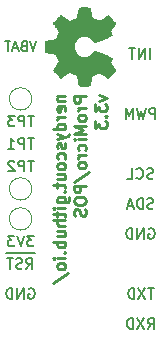
<source format=gbr>
%TF.GenerationSoftware,KiCad,Pcbnew,5.1.9+dfsg1-1~bpo10+1*%
%TF.CreationDate,Date%
%TF.ProjectId,POS,504f532e-6b69-4636-9164-5f7063625858,v3.3*%
%TF.SameCoordinates,Original*%
%TF.FileFunction,Legend,Bot*%
%TF.FilePolarity,Positive*%
%FSLAX46Y46*%
G04 Gerber Fmt 4.6, Leading zero omitted, Abs format (unit mm)*
G04 Created by KiCad*
%MOMM*%
%LPD*%
G01*
G04 APERTURE LIST*
%ADD10C,0.200000*%
%ADD11C,0.250000*%
%ADD12C,0.010000*%
%ADD13C,0.120000*%
G04 APERTURE END LIST*
D10*
X-1725715Y22452858D02*
X-1725715Y23352858D01*
X-2154286Y22452858D02*
X-2154286Y23352858D01*
X-2668572Y22452858D01*
X-2668572Y23352858D01*
X-2968572Y23352858D02*
X-3482858Y23352858D01*
X-3225715Y22452858D02*
X-3225715Y23352858D01*
X-1275715Y17372858D02*
X-1275715Y18272858D01*
X-1618572Y18272858D01*
X-1704286Y18230000D01*
X-1747143Y18187143D01*
X-1790000Y18101429D01*
X-1790000Y17972858D01*
X-1747143Y17887143D01*
X-1704286Y17844286D01*
X-1618572Y17801429D01*
X-1275715Y17801429D01*
X-2090000Y18272858D02*
X-2304286Y17372858D01*
X-2475715Y18015715D01*
X-2647143Y17372858D01*
X-2861429Y18272858D01*
X-3204286Y17372858D02*
X-3204286Y18272858D01*
X-3504286Y17630000D01*
X-3804286Y18272858D01*
X-3804286Y17372858D01*
X-11585715Y7477858D02*
X-12142858Y7477858D01*
X-11842858Y7135000D01*
X-11971429Y7135000D01*
X-12057143Y7092143D01*
X-12100000Y7049286D01*
X-12142858Y6963572D01*
X-12142858Y6749286D01*
X-12100000Y6663572D01*
X-12057143Y6620715D01*
X-11971429Y6577858D01*
X-11714286Y6577858D01*
X-11628572Y6620715D01*
X-11585715Y6663572D01*
X-12400000Y7477858D02*
X-12700000Y6577858D01*
X-13000000Y7477858D01*
X-13214286Y7477858D02*
X-13771429Y7477858D01*
X-13471429Y7135000D01*
X-13600000Y7135000D01*
X-13685715Y7092143D01*
X-13728572Y7049286D01*
X-13771429Y6963572D01*
X-13771429Y6749286D01*
X-13728572Y6663572D01*
X-13685715Y6620715D01*
X-13600000Y6577858D01*
X-13342858Y6577858D01*
X-13257143Y6620715D01*
X-13214286Y6663572D01*
X-11478572Y5988000D02*
X-12378572Y5988000D01*
X-12207143Y4672858D02*
X-11907143Y5101429D01*
X-11692858Y4672858D02*
X-11692858Y5572858D01*
X-12035715Y5572858D01*
X-12121429Y5530000D01*
X-12164286Y5487143D01*
X-12207143Y5401429D01*
X-12207143Y5272858D01*
X-12164286Y5187143D01*
X-12121429Y5144286D01*
X-12035715Y5101429D01*
X-11692858Y5101429D01*
X-12378572Y5988000D02*
X-13235715Y5988000D01*
X-12550000Y4715715D02*
X-12678572Y4672858D01*
X-12892858Y4672858D01*
X-12978572Y4715715D01*
X-13021429Y4758572D01*
X-13064286Y4844286D01*
X-13064286Y4930000D01*
X-13021429Y5015715D01*
X-12978572Y5058572D01*
X-12892858Y5101429D01*
X-12721429Y5144286D01*
X-12635715Y5187143D01*
X-12592858Y5230000D01*
X-12550000Y5315715D01*
X-12550000Y5401429D01*
X-12592858Y5487143D01*
X-12635715Y5530000D01*
X-12721429Y5572858D01*
X-12935715Y5572858D01*
X-13064286Y5530000D01*
X-13235715Y5988000D02*
X-13921429Y5988000D01*
X-13321429Y5572858D02*
X-13835715Y5572858D01*
X-13578572Y4672858D02*
X-13578572Y5572858D01*
X-12014286Y2990000D02*
X-11928572Y3032858D01*
X-11800000Y3032858D01*
X-11671429Y2990000D01*
X-11585715Y2904286D01*
X-11542858Y2818572D01*
X-11500000Y2647143D01*
X-11500000Y2518572D01*
X-11542858Y2347143D01*
X-11585715Y2261429D01*
X-11671429Y2175715D01*
X-11800000Y2132858D01*
X-11885715Y2132858D01*
X-12014286Y2175715D01*
X-12057143Y2218572D01*
X-12057143Y2518572D01*
X-11885715Y2518572D01*
X-12442858Y2132858D02*
X-12442858Y3032858D01*
X-12957143Y2132858D01*
X-12957143Y3032858D01*
X-13385715Y2132858D02*
X-13385715Y3032858D01*
X-13600000Y3032858D01*
X-13728572Y2990000D01*
X-13814286Y2904286D01*
X-13857143Y2818572D01*
X-13900000Y2647143D01*
X-13900000Y2518572D01*
X-13857143Y2347143D01*
X-13814286Y2261429D01*
X-13728572Y2175715D01*
X-13600000Y2132858D01*
X-13385715Y2132858D01*
X-1940000Y-407142D02*
X-1640000Y21429D01*
X-1425715Y-407142D02*
X-1425715Y492858D01*
X-1768572Y492858D01*
X-1854286Y450000D01*
X-1897143Y407143D01*
X-1940000Y321429D01*
X-1940000Y192858D01*
X-1897143Y107143D01*
X-1854286Y64286D01*
X-1768572Y21429D01*
X-1425715Y21429D01*
X-2240000Y492858D02*
X-2840000Y-407142D01*
X-2840000Y492858D02*
X-2240000Y-407142D01*
X-3182858Y-407142D02*
X-3182858Y492858D01*
X-3397143Y492858D01*
X-3525715Y450000D01*
X-3611429Y364286D01*
X-3654286Y278572D01*
X-3697143Y107143D01*
X-3697143Y-21428D01*
X-3654286Y-192857D01*
X-3611429Y-278571D01*
X-3525715Y-364285D01*
X-3397143Y-407142D01*
X-3182858Y-407142D01*
X-1404286Y3032858D02*
X-1918572Y3032858D01*
X-1661429Y2132858D02*
X-1661429Y3032858D01*
X-2132858Y3032858D02*
X-2732858Y2132858D01*
X-2732858Y3032858D02*
X-2132858Y2132858D01*
X-3075715Y2132858D02*
X-3075715Y3032858D01*
X-3290000Y3032858D01*
X-3418572Y2990000D01*
X-3504286Y2904286D01*
X-3547143Y2818572D01*
X-3590000Y2647143D01*
X-3590000Y2518572D01*
X-3547143Y2347143D01*
X-3504286Y2261429D01*
X-3418572Y2175715D01*
X-3290000Y2132858D01*
X-3075715Y2132858D01*
X-1854286Y8070000D02*
X-1768572Y8112858D01*
X-1640000Y8112858D01*
X-1511429Y8070000D01*
X-1425715Y7984286D01*
X-1382858Y7898572D01*
X-1340000Y7727143D01*
X-1340000Y7598572D01*
X-1382858Y7427143D01*
X-1425715Y7341429D01*
X-1511429Y7255715D01*
X-1640000Y7212858D01*
X-1725715Y7212858D01*
X-1854286Y7255715D01*
X-1897143Y7298572D01*
X-1897143Y7598572D01*
X-1725715Y7598572D01*
X-2282858Y7212858D02*
X-2282858Y8112858D01*
X-2797143Y7212858D01*
X-2797143Y8112858D01*
X-3225715Y7212858D02*
X-3225715Y8112858D01*
X-3440000Y8112858D01*
X-3568572Y8070000D01*
X-3654286Y7984286D01*
X-3697143Y7898572D01*
X-3740000Y7727143D01*
X-3740000Y7598572D01*
X-3697143Y7427143D01*
X-3654286Y7341429D01*
X-3568572Y7255715D01*
X-3440000Y7212858D01*
X-3225715Y7212858D01*
X-1447143Y9795715D02*
X-1575715Y9752858D01*
X-1790000Y9752858D01*
X-1875715Y9795715D01*
X-1918572Y9838572D01*
X-1961429Y9924286D01*
X-1961429Y10010000D01*
X-1918572Y10095715D01*
X-1875715Y10138572D01*
X-1790000Y10181429D01*
X-1618572Y10224286D01*
X-1532858Y10267143D01*
X-1490000Y10310000D01*
X-1447143Y10395715D01*
X-1447143Y10481429D01*
X-1490000Y10567143D01*
X-1532858Y10610000D01*
X-1618572Y10652858D01*
X-1832858Y10652858D01*
X-1961429Y10610000D01*
X-2347143Y9752858D02*
X-2347143Y10652858D01*
X-2561429Y10652858D01*
X-2690000Y10610000D01*
X-2775715Y10524286D01*
X-2818572Y10438572D01*
X-2861429Y10267143D01*
X-2861429Y10138572D01*
X-2818572Y9967143D01*
X-2775715Y9881429D01*
X-2690000Y9795715D01*
X-2561429Y9752858D01*
X-2347143Y9752858D01*
X-3204286Y10010000D02*
X-3632858Y10010000D01*
X-3118572Y9752858D02*
X-3418572Y10652858D01*
X-3718572Y9752858D01*
X-1468572Y12335715D02*
X-1597143Y12292858D01*
X-1811429Y12292858D01*
X-1897143Y12335715D01*
X-1940000Y12378572D01*
X-1982858Y12464286D01*
X-1982858Y12550000D01*
X-1940000Y12635715D01*
X-1897143Y12678572D01*
X-1811429Y12721429D01*
X-1640000Y12764286D01*
X-1554286Y12807143D01*
X-1511429Y12850000D01*
X-1468572Y12935715D01*
X-1468572Y13021429D01*
X-1511429Y13107143D01*
X-1554286Y13150000D01*
X-1640000Y13192858D01*
X-1854286Y13192858D01*
X-1982858Y13150000D01*
X-2882858Y12378572D02*
X-2840000Y12335715D01*
X-2711429Y12292858D01*
X-2625715Y12292858D01*
X-2497143Y12335715D01*
X-2411429Y12421429D01*
X-2368572Y12507143D01*
X-2325715Y12678572D01*
X-2325715Y12807143D01*
X-2368572Y12978572D01*
X-2411429Y13064286D01*
X-2497143Y13150000D01*
X-2625715Y13192858D01*
X-2711429Y13192858D01*
X-2840000Y13150000D01*
X-2882858Y13107143D01*
X-3697143Y12292858D02*
X-3268572Y12292858D01*
X-3268572Y13192858D01*
D11*
X-9584286Y19284405D02*
X-8917620Y19284405D01*
X-9489048Y19284405D02*
X-9536667Y19236786D01*
X-9584286Y19141548D01*
X-9584286Y18998691D01*
X-9536667Y18903453D01*
X-9441429Y18855834D01*
X-8917620Y18855834D01*
X-8965239Y17998691D02*
X-8917620Y18093929D01*
X-8917620Y18284405D01*
X-8965239Y18379643D01*
X-9060477Y18427262D01*
X-9441429Y18427262D01*
X-9536667Y18379643D01*
X-9584286Y18284405D01*
X-9584286Y18093929D01*
X-9536667Y17998691D01*
X-9441429Y17951072D01*
X-9346191Y17951072D01*
X-9250953Y18427262D01*
X-8917620Y17522500D02*
X-9584286Y17522500D01*
X-9393810Y17522500D02*
X-9489048Y17474881D01*
X-9536667Y17427262D01*
X-9584286Y17332024D01*
X-9584286Y17236786D01*
X-8917620Y16474881D02*
X-9917620Y16474881D01*
X-8965239Y16474881D02*
X-8917620Y16570120D01*
X-8917620Y16760596D01*
X-8965239Y16855834D01*
X-9012858Y16903453D01*
X-9108096Y16951072D01*
X-9393810Y16951072D01*
X-9489048Y16903453D01*
X-9536667Y16855834D01*
X-9584286Y16760596D01*
X-9584286Y16570120D01*
X-9536667Y16474881D01*
X-9584286Y16093929D02*
X-8917620Y15855834D01*
X-9584286Y15617739D02*
X-8917620Y15855834D01*
X-8679524Y15951072D01*
X-8631905Y15998691D01*
X-8584286Y16093929D01*
X-8965239Y15284405D02*
X-8917620Y15189167D01*
X-8917620Y14998691D01*
X-8965239Y14903453D01*
X-9060477Y14855834D01*
X-9108096Y14855834D01*
X-9203334Y14903453D01*
X-9250953Y14998691D01*
X-9250953Y15141548D01*
X-9298572Y15236786D01*
X-9393810Y15284405D01*
X-9441429Y15284405D01*
X-9536667Y15236786D01*
X-9584286Y15141548D01*
X-9584286Y14998691D01*
X-9536667Y14903453D01*
X-8965239Y13998691D02*
X-8917620Y14093929D01*
X-8917620Y14284405D01*
X-8965239Y14379643D01*
X-9012858Y14427262D01*
X-9108096Y14474881D01*
X-9393810Y14474881D01*
X-9489048Y14427262D01*
X-9536667Y14379643D01*
X-9584286Y14284405D01*
X-9584286Y14093929D01*
X-9536667Y13998691D01*
X-8917620Y13427262D02*
X-8965239Y13522500D01*
X-9012858Y13570120D01*
X-9108096Y13617739D01*
X-9393810Y13617739D01*
X-9489048Y13570120D01*
X-9536667Y13522500D01*
X-9584286Y13427262D01*
X-9584286Y13284405D01*
X-9536667Y13189167D01*
X-9489048Y13141548D01*
X-9393810Y13093929D01*
X-9108096Y13093929D01*
X-9012858Y13141548D01*
X-8965239Y13189167D01*
X-8917620Y13284405D01*
X-8917620Y13427262D01*
X-9584286Y12236786D02*
X-8917620Y12236786D01*
X-9584286Y12665358D02*
X-9060477Y12665358D01*
X-8965239Y12617739D01*
X-8917620Y12522500D01*
X-8917620Y12379643D01*
X-8965239Y12284405D01*
X-9012858Y12236786D01*
X-9584286Y11903453D02*
X-9584286Y11522500D01*
X-9917620Y11760596D02*
X-9060477Y11760596D01*
X-8965239Y11712977D01*
X-8917620Y11617739D01*
X-8917620Y11522500D01*
X-9012858Y11189167D02*
X-8965239Y11141548D01*
X-8917620Y11189167D01*
X-8965239Y11236786D01*
X-9012858Y11189167D01*
X-8917620Y11189167D01*
X-9584286Y10284405D02*
X-8774762Y10284405D01*
X-8679524Y10332024D01*
X-8631905Y10379643D01*
X-8584286Y10474881D01*
X-8584286Y10617739D01*
X-8631905Y10712977D01*
X-8965239Y10284405D02*
X-8917620Y10379643D01*
X-8917620Y10570120D01*
X-8965239Y10665358D01*
X-9012858Y10712977D01*
X-9108096Y10760596D01*
X-9393810Y10760596D01*
X-9489048Y10712977D01*
X-9536667Y10665358D01*
X-9584286Y10570120D01*
X-9584286Y10379643D01*
X-9536667Y10284405D01*
X-8917620Y9808215D02*
X-9584286Y9808215D01*
X-9917620Y9808215D02*
X-9870000Y9855834D01*
X-9822381Y9808215D01*
X-9870000Y9760596D01*
X-9917620Y9808215D01*
X-9822381Y9808215D01*
X-9584286Y9474881D02*
X-9584286Y9093929D01*
X-9917620Y9332024D02*
X-9060477Y9332024D01*
X-8965239Y9284405D01*
X-8917620Y9189167D01*
X-8917620Y9093929D01*
X-8917620Y8760596D02*
X-9917620Y8760596D01*
X-8917620Y8332024D02*
X-9441429Y8332024D01*
X-9536667Y8379643D01*
X-9584286Y8474881D01*
X-9584286Y8617739D01*
X-9536667Y8712977D01*
X-9489048Y8760596D01*
X-9584286Y7427262D02*
X-8917620Y7427262D01*
X-9584286Y7855834D02*
X-9060477Y7855834D01*
X-8965239Y7808215D01*
X-8917620Y7712977D01*
X-8917620Y7570120D01*
X-8965239Y7474881D01*
X-9012858Y7427262D01*
X-8917620Y6951072D02*
X-9917620Y6951072D01*
X-9536667Y6951072D02*
X-9584286Y6855834D01*
X-9584286Y6665358D01*
X-9536667Y6570120D01*
X-9489048Y6522500D01*
X-9393810Y6474881D01*
X-9108096Y6474881D01*
X-9012858Y6522500D01*
X-8965239Y6570120D01*
X-8917620Y6665358D01*
X-8917620Y6855834D01*
X-8965239Y6951072D01*
X-9012858Y6046310D02*
X-8965239Y5998691D01*
X-8917620Y6046310D01*
X-8965239Y6093929D01*
X-9012858Y6046310D01*
X-8917620Y6046310D01*
X-8917620Y5570120D02*
X-9584286Y5570120D01*
X-9917620Y5570120D02*
X-9870000Y5617739D01*
X-9822381Y5570120D01*
X-9870000Y5522500D01*
X-9917620Y5570120D01*
X-9822381Y5570120D01*
X-8917620Y4951072D02*
X-8965239Y5046310D01*
X-9012858Y5093929D01*
X-9108096Y5141548D01*
X-9393810Y5141548D01*
X-9489048Y5093929D01*
X-9536667Y5046310D01*
X-9584286Y4951072D01*
X-9584286Y4808215D01*
X-9536667Y4712977D01*
X-9489048Y4665358D01*
X-9393810Y4617739D01*
X-9108096Y4617739D01*
X-9012858Y4665358D01*
X-8965239Y4712977D01*
X-8917620Y4808215D01*
X-8917620Y4951072D01*
X-9965239Y3474881D02*
X-8679524Y4332024D01*
X-7167620Y19284405D02*
X-8167620Y19284405D01*
X-8167620Y18903453D01*
X-8120000Y18808215D01*
X-8072381Y18760596D01*
X-7977143Y18712977D01*
X-7834286Y18712977D01*
X-7739048Y18760596D01*
X-7691429Y18808215D01*
X-7643810Y18903453D01*
X-7643810Y19284405D01*
X-7167620Y18284405D02*
X-7834286Y18284405D01*
X-7643810Y18284405D02*
X-7739048Y18236786D01*
X-7786667Y18189167D01*
X-7834286Y18093929D01*
X-7834286Y17998691D01*
X-7167620Y17522500D02*
X-7215239Y17617739D01*
X-7262858Y17665358D01*
X-7358096Y17712977D01*
X-7643810Y17712977D01*
X-7739048Y17665358D01*
X-7786667Y17617739D01*
X-7834286Y17522500D01*
X-7834286Y17379643D01*
X-7786667Y17284405D01*
X-7739048Y17236786D01*
X-7643810Y17189167D01*
X-7358096Y17189167D01*
X-7262858Y17236786D01*
X-7215239Y17284405D01*
X-7167620Y17379643D01*
X-7167620Y17522500D01*
X-7167620Y16760596D02*
X-8167620Y16760596D01*
X-7453334Y16427262D01*
X-8167620Y16093929D01*
X-7167620Y16093929D01*
X-7167620Y15617739D02*
X-7834286Y15617739D01*
X-8167620Y15617739D02*
X-8120000Y15665358D01*
X-8072381Y15617739D01*
X-8120000Y15570120D01*
X-8167620Y15617739D01*
X-8072381Y15617739D01*
X-7215239Y14712977D02*
X-7167620Y14808215D01*
X-7167620Y14998691D01*
X-7215239Y15093929D01*
X-7262858Y15141548D01*
X-7358096Y15189167D01*
X-7643810Y15189167D01*
X-7739048Y15141548D01*
X-7786667Y15093929D01*
X-7834286Y14998691D01*
X-7834286Y14808215D01*
X-7786667Y14712977D01*
X-7167620Y14284405D02*
X-7834286Y14284405D01*
X-7643810Y14284405D02*
X-7739048Y14236786D01*
X-7786667Y14189167D01*
X-7834286Y14093929D01*
X-7834286Y13998691D01*
X-7167620Y13522500D02*
X-7215239Y13617739D01*
X-7262858Y13665358D01*
X-7358096Y13712977D01*
X-7643810Y13712977D01*
X-7739048Y13665358D01*
X-7786667Y13617739D01*
X-7834286Y13522500D01*
X-7834286Y13379643D01*
X-7786667Y13284405D01*
X-7739048Y13236786D01*
X-7643810Y13189167D01*
X-7358096Y13189167D01*
X-7262858Y13236786D01*
X-7215239Y13284405D01*
X-7167620Y13379643D01*
X-7167620Y13522500D01*
X-8215239Y12046310D02*
X-6929524Y12903453D01*
X-7167620Y11712977D02*
X-8167620Y11712977D01*
X-8167620Y11332024D01*
X-8120000Y11236786D01*
X-8072381Y11189167D01*
X-7977143Y11141548D01*
X-7834286Y11141548D01*
X-7739048Y11189167D01*
X-7691429Y11236786D01*
X-7643810Y11332024D01*
X-7643810Y11712977D01*
X-8167620Y10522500D02*
X-8167620Y10332024D01*
X-8120000Y10236786D01*
X-8024762Y10141548D01*
X-7834286Y10093929D01*
X-7500953Y10093929D01*
X-7310477Y10141548D01*
X-7215239Y10236786D01*
X-7167620Y10332024D01*
X-7167620Y10522500D01*
X-7215239Y10617739D01*
X-7310477Y10712977D01*
X-7500953Y10760596D01*
X-7834286Y10760596D01*
X-8024762Y10712977D01*
X-8120000Y10617739D01*
X-8167620Y10522500D01*
X-7215239Y9712977D02*
X-7167620Y9570120D01*
X-7167620Y9332024D01*
X-7215239Y9236786D01*
X-7262858Y9189167D01*
X-7358096Y9141548D01*
X-7453334Y9141548D01*
X-7548572Y9189167D01*
X-7596191Y9236786D01*
X-7643810Y9332024D01*
X-7691429Y9522500D01*
X-7739048Y9617739D01*
X-7786667Y9665358D01*
X-7881905Y9712977D01*
X-7977143Y9712977D01*
X-8072381Y9665358D01*
X-8120000Y9617739D01*
X-8167620Y9522500D01*
X-8167620Y9284405D01*
X-8120000Y9141548D01*
X-6084286Y19379643D02*
X-5417620Y19141548D01*
X-6084286Y18903453D01*
X-6417620Y18617739D02*
X-6417620Y17998691D01*
X-6036667Y18332024D01*
X-6036667Y18189167D01*
X-5989048Y18093929D01*
X-5941429Y18046310D01*
X-5846191Y17998691D01*
X-5608096Y17998691D01*
X-5512858Y18046310D01*
X-5465239Y18093929D01*
X-5417620Y18189167D01*
X-5417620Y18474881D01*
X-5465239Y18570120D01*
X-5512858Y18617739D01*
X-5512858Y17570120D02*
X-5465239Y17522500D01*
X-5417620Y17570120D01*
X-5465239Y17617739D01*
X-5512858Y17570120D01*
X-5417620Y17570120D01*
X-6417620Y17189167D02*
X-6417620Y16570120D01*
X-6036667Y16903453D01*
X-6036667Y16760596D01*
X-5989048Y16665358D01*
X-5941429Y16617739D01*
X-5846191Y16570120D01*
X-5608096Y16570120D01*
X-5512858Y16617739D01*
X-5465239Y16665358D01*
X-5417620Y16760596D01*
X-5417620Y17046310D01*
X-5465239Y17141548D01*
X-5512858Y17189167D01*
D12*
%TO.C,LOGO1*%
G36*
X-10151069Y22939186D02*
G01*
X-9706445Y22855365D01*
X-9578947Y22546080D01*
X-9451449Y22236794D01*
X-9703754Y21865754D01*
X-9774004Y21761843D01*
X-9836728Y21667913D01*
X-9889062Y21588348D01*
X-9928143Y21527530D01*
X-9951107Y21489843D01*
X-9956058Y21479579D01*
X-9943324Y21461090D01*
X-9908118Y21421580D01*
X-9854938Y21365478D01*
X-9788282Y21297213D01*
X-9712646Y21221214D01*
X-9632528Y21141908D01*
X-9552426Y21063725D01*
X-9476836Y20991093D01*
X-9410255Y20928441D01*
X-9357182Y20880197D01*
X-9322113Y20850790D01*
X-9310377Y20843759D01*
X-9288740Y20853877D01*
X-9241338Y20882241D01*
X-9172807Y20925871D01*
X-9087785Y20981782D01*
X-8990907Y21046994D01*
X-8935650Y21084781D01*
X-8834752Y21153657D01*
X-8743701Y21214860D01*
X-8667030Y21265422D01*
X-8609272Y21302372D01*
X-8574957Y21322742D01*
X-8567746Y21325803D01*
X-8547252Y21318864D01*
X-8499487Y21299949D01*
X-8431168Y21271913D01*
X-8349011Y21237609D01*
X-8259730Y21199891D01*
X-8170042Y21161613D01*
X-8086662Y21125630D01*
X-8016306Y21094794D01*
X-7965690Y21071961D01*
X-7941529Y21059983D01*
X-7940578Y21059276D01*
X-7935964Y21040469D01*
X-7925672Y20990382D01*
X-7910713Y20914207D01*
X-7892099Y20817135D01*
X-7870841Y20704357D01*
X-7858582Y20638558D01*
X-7835638Y20518050D01*
X-7813805Y20409203D01*
X-7794278Y20317524D01*
X-7778252Y20248519D01*
X-7766921Y20207696D01*
X-7763326Y20199489D01*
X-7738994Y20191452D01*
X-7684041Y20184967D01*
X-7604892Y20180030D01*
X-7507974Y20176636D01*
X-7399713Y20174782D01*
X-7286535Y20174462D01*
X-7174865Y20175673D01*
X-7071132Y20178410D01*
X-6981759Y20182669D01*
X-6913174Y20188445D01*
X-6871803Y20195733D01*
X-6863190Y20200105D01*
X-6852867Y20226236D01*
X-6838108Y20281607D01*
X-6820648Y20358893D01*
X-6802220Y20450770D01*
X-6796259Y20482842D01*
X-6767934Y20637476D01*
X-6745124Y20759625D01*
X-6726920Y20853327D01*
X-6712417Y20922616D01*
X-6700708Y20971529D01*
X-6690885Y21004103D01*
X-6682044Y21024372D01*
X-6673276Y21036374D01*
X-6671543Y21038053D01*
X-6643629Y21054816D01*
X-6589305Y21080386D01*
X-6515223Y21112212D01*
X-6428035Y21147740D01*
X-6334392Y21184417D01*
X-6240948Y21219689D01*
X-6154353Y21251004D01*
X-6081260Y21275807D01*
X-6028322Y21291546D01*
X-6002189Y21295668D01*
X-6001274Y21295324D01*
X-5979914Y21281359D01*
X-5932916Y21249678D01*
X-5865173Y21203609D01*
X-5781577Y21146482D01*
X-5687018Y21081627D01*
X-5660146Y21063157D01*
X-5562725Y20997301D01*
X-5473837Y20939350D01*
X-5398588Y20892462D01*
X-5342080Y20859793D01*
X-5309419Y20844500D01*
X-5305407Y20843759D01*
X-5284316Y20856608D01*
X-5242536Y20892112D01*
X-5184555Y20945707D01*
X-5114865Y21012829D01*
X-5037955Y21088913D01*
X-4958317Y21169396D01*
X-4880439Y21249713D01*
X-4808814Y21325301D01*
X-4747930Y21391595D01*
X-4702279Y21444031D01*
X-4676350Y21478045D01*
X-4672117Y21487455D01*
X-4682088Y21509357D01*
X-4708980Y21554200D01*
X-4748264Y21614679D01*
X-4779883Y21661211D01*
X-4837902Y21745525D01*
X-4906216Y21845374D01*
X-4974421Y21945527D01*
X-5010925Y21999373D01*
X-5134200Y22181629D01*
X-5051480Y22334619D01*
X-5015241Y22404318D01*
X-4987074Y22463586D01*
X-4971009Y22503689D01*
X-4968774Y22513897D01*
X-4985278Y22526171D01*
X-5031918Y22550387D01*
X-5104391Y22584737D01*
X-5198394Y22627412D01*
X-5309626Y22676606D01*
X-5433785Y22730510D01*
X-5566568Y22787316D01*
X-5703673Y22845218D01*
X-5840798Y22902407D01*
X-5973642Y22957076D01*
X-6097902Y23007416D01*
X-6209275Y23051620D01*
X-6303461Y23087881D01*
X-6376156Y23114391D01*
X-6423059Y23129342D01*
X-6439167Y23131746D01*
X-6459714Y23112689D01*
X-6493067Y23070964D01*
X-6532298Y23015294D01*
X-6535401Y23010622D01*
X-6650577Y22866736D01*
X-6784947Y22750717D01*
X-6934216Y22663570D01*
X-7094087Y22606301D01*
X-7260263Y22579914D01*
X-7428448Y22585415D01*
X-7594345Y22623810D01*
X-7753658Y22696105D01*
X-7788513Y22717374D01*
X-7929263Y22828004D01*
X-8042286Y22958698D01*
X-8126997Y23104936D01*
X-8182806Y23262192D01*
X-8209126Y23425943D01*
X-8205370Y23591667D01*
X-8170950Y23754838D01*
X-8105277Y23910935D01*
X-8007765Y24055433D01*
X-7968187Y24100131D01*
X-7844297Y24213888D01*
X-7713876Y24296782D01*
X-7567685Y24353644D01*
X-7422912Y24385313D01*
X-7260140Y24393131D01*
X-7096560Y24367062D01*
X-6937702Y24309755D01*
X-6789094Y24223856D01*
X-6656265Y24112014D01*
X-6544744Y23976877D01*
X-6532989Y23959117D01*
X-6494492Y23902850D01*
X-6461137Y23860077D01*
X-6439840Y23839628D01*
X-6439167Y23839331D01*
X-6416129Y23843721D01*
X-6363843Y23861124D01*
X-6286610Y23889732D01*
X-6188732Y23927735D01*
X-6074509Y23973326D01*
X-5948242Y24024697D01*
X-5814233Y24080038D01*
X-5676782Y24137542D01*
X-5540192Y24195399D01*
X-5408763Y24251802D01*
X-5286795Y24304942D01*
X-5178591Y24353010D01*
X-5088451Y24394199D01*
X-5020677Y24426699D01*
X-4979570Y24448703D01*
X-4968774Y24457564D01*
X-4977181Y24484640D01*
X-4999728Y24535303D01*
X-5032387Y24600817D01*
X-5051480Y24636841D01*
X-5134200Y24789832D01*
X-5010925Y24972088D01*
X-4947772Y25065125D01*
X-4878273Y25166985D01*
X-4812835Y25262438D01*
X-4779883Y25310250D01*
X-4734727Y25377495D01*
X-4698943Y25434436D01*
X-4677062Y25473646D01*
X-4672437Y25486381D01*
X-4684915Y25504917D01*
X-4719748Y25545941D01*
X-4773322Y25605475D01*
X-4842017Y25679542D01*
X-4922219Y25764165D01*
X-4973714Y25817685D01*
X-5065714Y25911319D01*
X-5148001Y25992241D01*
X-5217055Y26057177D01*
X-5269356Y26102858D01*
X-5301384Y26126011D01*
X-5307884Y26128232D01*
X-5332606Y26117924D01*
X-5382595Y26089439D01*
X-5452788Y26045937D01*
X-5538125Y25990577D01*
X-5633544Y25926520D01*
X-5660146Y25908303D01*
X-5756833Y25841927D01*
X-5843883Y25782378D01*
X-5916405Y25732984D01*
X-5969507Y25697075D01*
X-5998297Y25677981D01*
X-6001274Y25676136D01*
X-6024218Y25678895D01*
X-6074664Y25693538D01*
X-6145959Y25717513D01*
X-6231453Y25748266D01*
X-6324493Y25783244D01*
X-6418426Y25819893D01*
X-6506601Y25855661D01*
X-6582366Y25887994D01*
X-6639069Y25914338D01*
X-6670057Y25932142D01*
X-6671543Y25933407D01*
X-6680399Y25944294D01*
X-6689157Y25962682D01*
X-6698723Y25992606D01*
X-6710004Y26038103D01*
X-6723907Y26103209D01*
X-6741337Y26191961D01*
X-6763202Y26308393D01*
X-6790409Y26456542D01*
X-6796259Y26488618D01*
X-6814626Y26583686D01*
X-6832595Y26666565D01*
X-6848431Y26729930D01*
X-6860400Y26766458D01*
X-6863190Y26771356D01*
X-6887928Y26779427D01*
X-6943210Y26785987D01*
X-7022611Y26791033D01*
X-7119704Y26794559D01*
X-7228062Y26796561D01*
X-7341260Y26797036D01*
X-7452872Y26795977D01*
X-7556471Y26793382D01*
X-7645632Y26789246D01*
X-7713928Y26783563D01*
X-7754934Y26776331D01*
X-7763326Y26771971D01*
X-7771792Y26747698D01*
X-7785565Y26692426D01*
X-7803450Y26611662D01*
X-7824252Y26510912D01*
X-7846777Y26395683D01*
X-7858582Y26332902D01*
X-7880849Y26213787D01*
X-7901021Y26107565D01*
X-7918085Y26019427D01*
X-7931031Y25954566D01*
X-7938845Y25918174D01*
X-7940578Y25912184D01*
X-7960110Y25902061D01*
X-8007157Y25880662D01*
X-8074997Y25850839D01*
X-8156909Y25815445D01*
X-8246172Y25777332D01*
X-8336065Y25739353D01*
X-8419865Y25704360D01*
X-8490853Y25675206D01*
X-8542306Y25654743D01*
X-8567503Y25645823D01*
X-8568604Y25645657D01*
X-8588481Y25655769D01*
X-8634223Y25684117D01*
X-8701283Y25727723D01*
X-8785116Y25783606D01*
X-8881174Y25848787D01*
X-8936350Y25886679D01*
X-9037519Y25955725D01*
X-9129370Y26017050D01*
X-9207256Y26067663D01*
X-9266531Y26104571D01*
X-9302549Y26124782D01*
X-9310623Y26127701D01*
X-9329416Y26115153D01*
X-9369543Y26080463D01*
X-9426507Y26028063D01*
X-9495815Y25962384D01*
X-9572969Y25887856D01*
X-9653475Y25808913D01*
X-9732837Y25729983D01*
X-9806560Y25655500D01*
X-9870148Y25589894D01*
X-9919106Y25537596D01*
X-9948939Y25503039D01*
X-9956058Y25491478D01*
X-9946047Y25472654D01*
X-9917922Y25427631D01*
X-9874546Y25360787D01*
X-9818782Y25276499D01*
X-9753494Y25179144D01*
X-9703754Y25105707D01*
X-9451449Y24734667D01*
X-9706445Y24116095D01*
X-10151069Y24032275D01*
X-10595693Y23948454D01*
X-10595693Y23023006D01*
X-10151069Y22939186D01*
G37*
X-10151069Y22939186D02*
X-9706445Y22855365D01*
X-9578947Y22546080D01*
X-9451449Y22236794D01*
X-9703754Y21865754D01*
X-9774004Y21761843D01*
X-9836728Y21667913D01*
X-9889062Y21588348D01*
X-9928143Y21527530D01*
X-9951107Y21489843D01*
X-9956058Y21479579D01*
X-9943324Y21461090D01*
X-9908118Y21421580D01*
X-9854938Y21365478D01*
X-9788282Y21297213D01*
X-9712646Y21221214D01*
X-9632528Y21141908D01*
X-9552426Y21063725D01*
X-9476836Y20991093D01*
X-9410255Y20928441D01*
X-9357182Y20880197D01*
X-9322113Y20850790D01*
X-9310377Y20843759D01*
X-9288740Y20853877D01*
X-9241338Y20882241D01*
X-9172807Y20925871D01*
X-9087785Y20981782D01*
X-8990907Y21046994D01*
X-8935650Y21084781D01*
X-8834752Y21153657D01*
X-8743701Y21214860D01*
X-8667030Y21265422D01*
X-8609272Y21302372D01*
X-8574957Y21322742D01*
X-8567746Y21325803D01*
X-8547252Y21318864D01*
X-8499487Y21299949D01*
X-8431168Y21271913D01*
X-8349011Y21237609D01*
X-8259730Y21199891D01*
X-8170042Y21161613D01*
X-8086662Y21125630D01*
X-8016306Y21094794D01*
X-7965690Y21071961D01*
X-7941529Y21059983D01*
X-7940578Y21059276D01*
X-7935964Y21040469D01*
X-7925672Y20990382D01*
X-7910713Y20914207D01*
X-7892099Y20817135D01*
X-7870841Y20704357D01*
X-7858582Y20638558D01*
X-7835638Y20518050D01*
X-7813805Y20409203D01*
X-7794278Y20317524D01*
X-7778252Y20248519D01*
X-7766921Y20207696D01*
X-7763326Y20199489D01*
X-7738994Y20191452D01*
X-7684041Y20184967D01*
X-7604892Y20180030D01*
X-7507974Y20176636D01*
X-7399713Y20174782D01*
X-7286535Y20174462D01*
X-7174865Y20175673D01*
X-7071132Y20178410D01*
X-6981759Y20182669D01*
X-6913174Y20188445D01*
X-6871803Y20195733D01*
X-6863190Y20200105D01*
X-6852867Y20226236D01*
X-6838108Y20281607D01*
X-6820648Y20358893D01*
X-6802220Y20450770D01*
X-6796259Y20482842D01*
X-6767934Y20637476D01*
X-6745124Y20759625D01*
X-6726920Y20853327D01*
X-6712417Y20922616D01*
X-6700708Y20971529D01*
X-6690885Y21004103D01*
X-6682044Y21024372D01*
X-6673276Y21036374D01*
X-6671543Y21038053D01*
X-6643629Y21054816D01*
X-6589305Y21080386D01*
X-6515223Y21112212D01*
X-6428035Y21147740D01*
X-6334392Y21184417D01*
X-6240948Y21219689D01*
X-6154353Y21251004D01*
X-6081260Y21275807D01*
X-6028322Y21291546D01*
X-6002189Y21295668D01*
X-6001274Y21295324D01*
X-5979914Y21281359D01*
X-5932916Y21249678D01*
X-5865173Y21203609D01*
X-5781577Y21146482D01*
X-5687018Y21081627D01*
X-5660146Y21063157D01*
X-5562725Y20997301D01*
X-5473837Y20939350D01*
X-5398588Y20892462D01*
X-5342080Y20859793D01*
X-5309419Y20844500D01*
X-5305407Y20843759D01*
X-5284316Y20856608D01*
X-5242536Y20892112D01*
X-5184555Y20945707D01*
X-5114865Y21012829D01*
X-5037955Y21088913D01*
X-4958317Y21169396D01*
X-4880439Y21249713D01*
X-4808814Y21325301D01*
X-4747930Y21391595D01*
X-4702279Y21444031D01*
X-4676350Y21478045D01*
X-4672117Y21487455D01*
X-4682088Y21509357D01*
X-4708980Y21554200D01*
X-4748264Y21614679D01*
X-4779883Y21661211D01*
X-4837902Y21745525D01*
X-4906216Y21845374D01*
X-4974421Y21945527D01*
X-5010925Y21999373D01*
X-5134200Y22181629D01*
X-5051480Y22334619D01*
X-5015241Y22404318D01*
X-4987074Y22463586D01*
X-4971009Y22503689D01*
X-4968774Y22513897D01*
X-4985278Y22526171D01*
X-5031918Y22550387D01*
X-5104391Y22584737D01*
X-5198394Y22627412D01*
X-5309626Y22676606D01*
X-5433785Y22730510D01*
X-5566568Y22787316D01*
X-5703673Y22845218D01*
X-5840798Y22902407D01*
X-5973642Y22957076D01*
X-6097902Y23007416D01*
X-6209275Y23051620D01*
X-6303461Y23087881D01*
X-6376156Y23114391D01*
X-6423059Y23129342D01*
X-6439167Y23131746D01*
X-6459714Y23112689D01*
X-6493067Y23070964D01*
X-6532298Y23015294D01*
X-6535401Y23010622D01*
X-6650577Y22866736D01*
X-6784947Y22750717D01*
X-6934216Y22663570D01*
X-7094087Y22606301D01*
X-7260263Y22579914D01*
X-7428448Y22585415D01*
X-7594345Y22623810D01*
X-7753658Y22696105D01*
X-7788513Y22717374D01*
X-7929263Y22828004D01*
X-8042286Y22958698D01*
X-8126997Y23104936D01*
X-8182806Y23262192D01*
X-8209126Y23425943D01*
X-8205370Y23591667D01*
X-8170950Y23754838D01*
X-8105277Y23910935D01*
X-8007765Y24055433D01*
X-7968187Y24100131D01*
X-7844297Y24213888D01*
X-7713876Y24296782D01*
X-7567685Y24353644D01*
X-7422912Y24385313D01*
X-7260140Y24393131D01*
X-7096560Y24367062D01*
X-6937702Y24309755D01*
X-6789094Y24223856D01*
X-6656265Y24112014D01*
X-6544744Y23976877D01*
X-6532989Y23959117D01*
X-6494492Y23902850D01*
X-6461137Y23860077D01*
X-6439840Y23839628D01*
X-6439167Y23839331D01*
X-6416129Y23843721D01*
X-6363843Y23861124D01*
X-6286610Y23889732D01*
X-6188732Y23927735D01*
X-6074509Y23973326D01*
X-5948242Y24024697D01*
X-5814233Y24080038D01*
X-5676782Y24137542D01*
X-5540192Y24195399D01*
X-5408763Y24251802D01*
X-5286795Y24304942D01*
X-5178591Y24353010D01*
X-5088451Y24394199D01*
X-5020677Y24426699D01*
X-4979570Y24448703D01*
X-4968774Y24457564D01*
X-4977181Y24484640D01*
X-4999728Y24535303D01*
X-5032387Y24600817D01*
X-5051480Y24636841D01*
X-5134200Y24789832D01*
X-5010925Y24972088D01*
X-4947772Y25065125D01*
X-4878273Y25166985D01*
X-4812835Y25262438D01*
X-4779883Y25310250D01*
X-4734727Y25377495D01*
X-4698943Y25434436D01*
X-4677062Y25473646D01*
X-4672437Y25486381D01*
X-4684915Y25504917D01*
X-4719748Y25545941D01*
X-4773322Y25605475D01*
X-4842017Y25679542D01*
X-4922219Y25764165D01*
X-4973714Y25817685D01*
X-5065714Y25911319D01*
X-5148001Y25992241D01*
X-5217055Y26057177D01*
X-5269356Y26102858D01*
X-5301384Y26126011D01*
X-5307884Y26128232D01*
X-5332606Y26117924D01*
X-5382595Y26089439D01*
X-5452788Y26045937D01*
X-5538125Y25990577D01*
X-5633544Y25926520D01*
X-5660146Y25908303D01*
X-5756833Y25841927D01*
X-5843883Y25782378D01*
X-5916405Y25732984D01*
X-5969507Y25697075D01*
X-5998297Y25677981D01*
X-6001274Y25676136D01*
X-6024218Y25678895D01*
X-6074664Y25693538D01*
X-6145959Y25717513D01*
X-6231453Y25748266D01*
X-6324493Y25783244D01*
X-6418426Y25819893D01*
X-6506601Y25855661D01*
X-6582366Y25887994D01*
X-6639069Y25914338D01*
X-6670057Y25932142D01*
X-6671543Y25933407D01*
X-6680399Y25944294D01*
X-6689157Y25962682D01*
X-6698723Y25992606D01*
X-6710004Y26038103D01*
X-6723907Y26103209D01*
X-6741337Y26191961D01*
X-6763202Y26308393D01*
X-6790409Y26456542D01*
X-6796259Y26488618D01*
X-6814626Y26583686D01*
X-6832595Y26666565D01*
X-6848431Y26729930D01*
X-6860400Y26766458D01*
X-6863190Y26771356D01*
X-6887928Y26779427D01*
X-6943210Y26785987D01*
X-7022611Y26791033D01*
X-7119704Y26794559D01*
X-7228062Y26796561D01*
X-7341260Y26797036D01*
X-7452872Y26795977D01*
X-7556471Y26793382D01*
X-7645632Y26789246D01*
X-7713928Y26783563D01*
X-7754934Y26776331D01*
X-7763326Y26771971D01*
X-7771792Y26747698D01*
X-7785565Y26692426D01*
X-7803450Y26611662D01*
X-7824252Y26510912D01*
X-7846777Y26395683D01*
X-7858582Y26332902D01*
X-7880849Y26213787D01*
X-7901021Y26107565D01*
X-7918085Y26019427D01*
X-7931031Y25954566D01*
X-7938845Y25918174D01*
X-7940578Y25912184D01*
X-7960110Y25902061D01*
X-8007157Y25880662D01*
X-8074997Y25850839D01*
X-8156909Y25815445D01*
X-8246172Y25777332D01*
X-8336065Y25739353D01*
X-8419865Y25704360D01*
X-8490853Y25675206D01*
X-8542306Y25654743D01*
X-8567503Y25645823D01*
X-8568604Y25645657D01*
X-8588481Y25655769D01*
X-8634223Y25684117D01*
X-8701283Y25727723D01*
X-8785116Y25783606D01*
X-8881174Y25848787D01*
X-8936350Y25886679D01*
X-9037519Y25955725D01*
X-9129370Y26017050D01*
X-9207256Y26067663D01*
X-9266531Y26104571D01*
X-9302549Y26124782D01*
X-9310623Y26127701D01*
X-9329416Y26115153D01*
X-9369543Y26080463D01*
X-9426507Y26028063D01*
X-9495815Y25962384D01*
X-9572969Y25887856D01*
X-9653475Y25808913D01*
X-9732837Y25729983D01*
X-9806560Y25655500D01*
X-9870148Y25589894D01*
X-9919106Y25537596D01*
X-9948939Y25503039D01*
X-9956058Y25491478D01*
X-9946047Y25472654D01*
X-9917922Y25427631D01*
X-9874546Y25360787D01*
X-9818782Y25276499D01*
X-9753494Y25179144D01*
X-9703754Y25105707D01*
X-9451449Y24734667D01*
X-9706445Y24116095D01*
X-10151069Y24032275D01*
X-10595693Y23948454D01*
X-10595693Y23023006D01*
X-10151069Y22939186D01*
D13*
%TO.C,TP2*%
X-11750000Y8890000D02*
G75*
G03*
X-11750000Y8890000I-950000J0D01*
G01*
%TO.C,TP1*%
X-11750000Y11430000D02*
G75*
G03*
X-11750000Y11430000I-950000J0D01*
G01*
%TO.C,TP3*%
X-11750000Y19050000D02*
G75*
G03*
X-11750000Y19050000I-950000J0D01*
G01*
%TD*%
%TO.C,TP2*%
D10*
X-11564286Y13827858D02*
X-12078572Y13827858D01*
X-11821429Y12927858D02*
X-11821429Y13827858D01*
X-12378572Y12927858D02*
X-12378572Y13827858D01*
X-12721429Y13827858D01*
X-12807143Y13785000D01*
X-12850000Y13742143D01*
X-12892858Y13656429D01*
X-12892858Y13527858D01*
X-12850000Y13442143D01*
X-12807143Y13399286D01*
X-12721429Y13356429D01*
X-12378572Y13356429D01*
X-13235715Y13742143D02*
X-13278572Y13785000D01*
X-13364286Y13827858D01*
X-13578572Y13827858D01*
X-13664286Y13785000D01*
X-13707143Y13742143D01*
X-13750000Y13656429D01*
X-13750000Y13570715D01*
X-13707143Y13442143D01*
X-13192858Y12927858D01*
X-13750000Y12927858D01*
%TO.C,TP1*%
X-11564286Y15732858D02*
X-12078572Y15732858D01*
X-11821429Y14832858D02*
X-11821429Y15732858D01*
X-12378572Y14832858D02*
X-12378572Y15732858D01*
X-12721429Y15732858D01*
X-12807143Y15690000D01*
X-12850000Y15647143D01*
X-12892858Y15561429D01*
X-12892858Y15432858D01*
X-12850000Y15347143D01*
X-12807143Y15304286D01*
X-12721429Y15261429D01*
X-12378572Y15261429D01*
X-13750000Y14832858D02*
X-13235715Y14832858D01*
X-13492858Y14832858D02*
X-13492858Y15732858D01*
X-13407143Y15604286D01*
X-13321429Y15518572D01*
X-13235715Y15475715D01*
%TO.C,TP3*%
X-11564286Y17637858D02*
X-12078572Y17637858D01*
X-11821429Y16737858D02*
X-11821429Y17637858D01*
X-12378572Y16737858D02*
X-12378572Y17637858D01*
X-12721429Y17637858D01*
X-12807143Y17595000D01*
X-12850000Y17552143D01*
X-12892858Y17466429D01*
X-12892858Y17337858D01*
X-12850000Y17252143D01*
X-12807143Y17209286D01*
X-12721429Y17166429D01*
X-12378572Y17166429D01*
X-13192858Y17637858D02*
X-13750000Y17637858D01*
X-13450000Y17295000D01*
X-13578572Y17295000D01*
X-13664286Y17252143D01*
X-13707143Y17209286D01*
X-13750000Y17123572D01*
X-13750000Y16909286D01*
X-13707143Y16823572D01*
X-13664286Y16780715D01*
X-13578572Y16737858D01*
X-13321429Y16737858D01*
X-13235715Y16780715D01*
X-13192858Y16823572D01*
%TO.C,TP4*%
X-11385715Y23933096D02*
X-11652381Y23133096D01*
X-11919048Y23933096D01*
X-12452381Y23552143D02*
X-12566667Y23514048D01*
X-12604762Y23475953D01*
X-12642858Y23399762D01*
X-12642858Y23285477D01*
X-12604762Y23209286D01*
X-12566667Y23171191D01*
X-12490477Y23133096D01*
X-12185715Y23133096D01*
X-12185715Y23933096D01*
X-12452381Y23933096D01*
X-12528572Y23895000D01*
X-12566667Y23856905D01*
X-12604762Y23780715D01*
X-12604762Y23704524D01*
X-12566667Y23628334D01*
X-12528572Y23590239D01*
X-12452381Y23552143D01*
X-12185715Y23552143D01*
X-12947620Y23361667D02*
X-13328572Y23361667D01*
X-12871429Y23133096D02*
X-13138096Y23933096D01*
X-13404762Y23133096D01*
X-13557143Y23933096D02*
X-14014286Y23933096D01*
X-13785715Y23133096D02*
X-13785715Y23933096D01*
%TD*%
M02*

</source>
